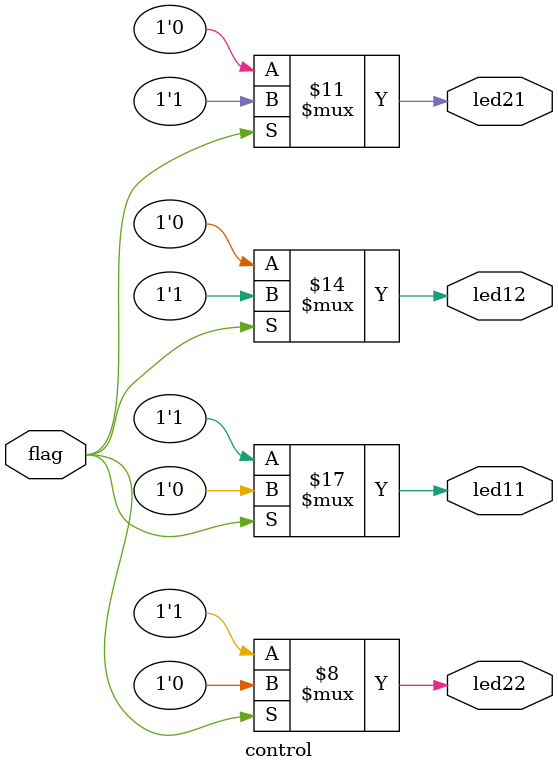
<source format=v>
module control(flag,led11,led12,led21,led22);
input flag;
output reg led11 = 1'b1;
output reg led12 = 1'b0;
output reg led21 = 1'b0;
output reg led22 = 1'b1;

always@(flag)
begin
if(flag == 1)begin
led11<=1'b0;
led12<=1'b1;
led21<=1'b1;
led22<=1'b0;
end
else begin
led11<=1'b1;
led12<=1'b0;
led21<=1'b0;
led22<=1'b1;
end
end

endmodule

</source>
